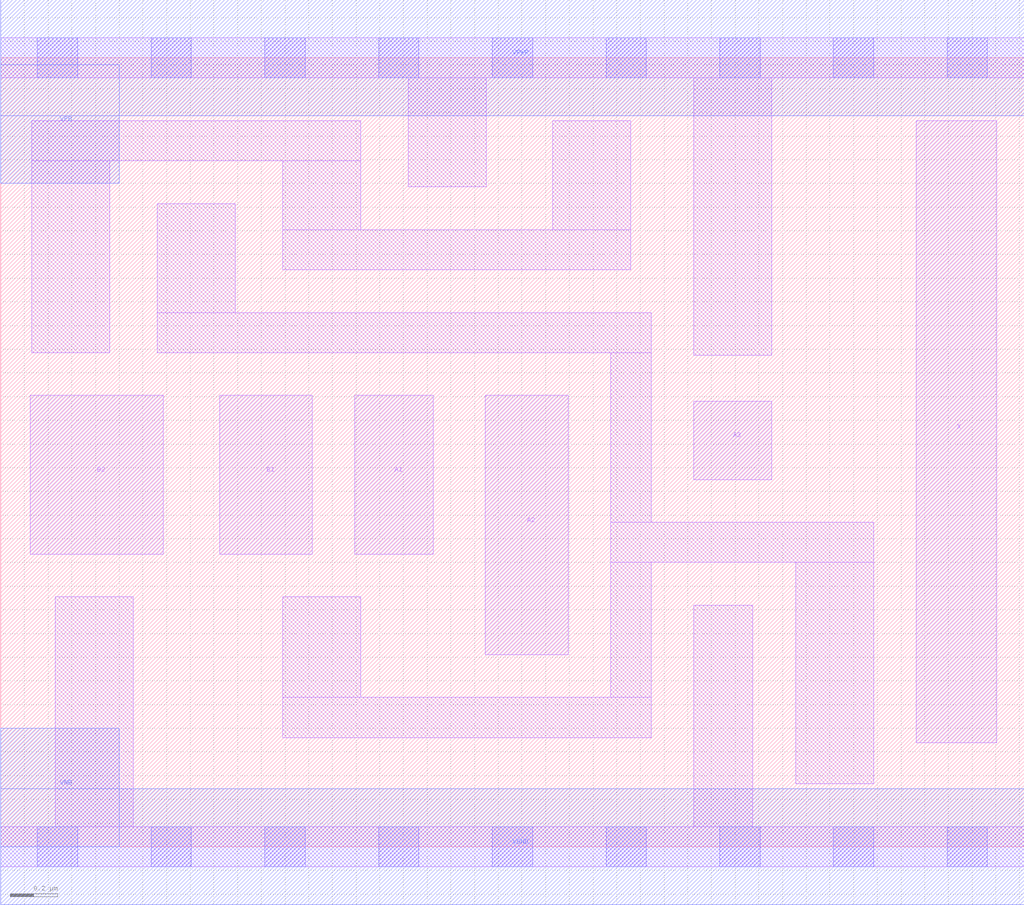
<source format=lef>
# Copyright 2020 The SkyWater PDK Authors
#
# Licensed under the Apache License, Version 2.0 (the "License");
# you may not use this file except in compliance with the License.
# You may obtain a copy of the License at
#
#     https://www.apache.org/licenses/LICENSE-2.0
#
# Unless required by applicable law or agreed to in writing, software
# distributed under the License is distributed on an "AS IS" BASIS,
# WITHOUT WARRANTIES OR CONDITIONS OF ANY KIND, either express or implied.
# See the License for the specific language governing permissions and
# limitations under the License.
#
# SPDX-License-Identifier: Apache-2.0

VERSION 5.5 ;
NAMESCASESENSITIVE ON ;
BUSBITCHARS "[]" ;
DIVIDERCHAR "/" ;
MACRO sky130_fd_sc_lp__a32o_lp
  CLASS CORE ;
  SOURCE USER ;
  ORIGIN  0.000000  0.000000 ;
  SIZE  4.320000 BY  3.330000 ;
  SYMMETRY X Y R90 ;
  SITE unit ;
  PIN A1
    ANTENNAGATEAREA  0.313000 ;
    DIRECTION INPUT ;
    USE SIGNAL ;
    PORT
      LAYER li1 ;
        RECT 1.495000 1.235000 1.825000 1.905000 ;
    END
  END A1
  PIN A2
    ANTENNAGATEAREA  0.313000 ;
    DIRECTION INPUT ;
    USE SIGNAL ;
    PORT
      LAYER li1 ;
        RECT 2.045000 0.810000 2.395000 1.905000 ;
    END
  END A2
  PIN A3
    ANTENNAGATEAREA  0.313000 ;
    DIRECTION INPUT ;
    USE SIGNAL ;
    PORT
      LAYER li1 ;
        RECT 2.925000 1.550000 3.255000 1.880000 ;
    END
  END A3
  PIN B1
    ANTENNAGATEAREA  0.313000 ;
    DIRECTION INPUT ;
    USE SIGNAL ;
    PORT
      LAYER li1 ;
        RECT 0.925000 1.235000 1.315000 1.905000 ;
    END
  END B1
  PIN B2
    ANTENNAGATEAREA  0.313000 ;
    DIRECTION INPUT ;
    USE SIGNAL ;
    PORT
      LAYER li1 ;
        RECT 0.125000 1.235000 0.685000 1.905000 ;
    END
  END B2
  PIN X
    ANTENNADIFFAREA  0.442500 ;
    DIRECTION OUTPUT ;
    USE SIGNAL ;
    PORT
      LAYER li1 ;
        RECT 3.865000 0.440000 4.205000 3.065000 ;
    END
  END X
  PIN VGND
    DIRECTION INOUT ;
    USE GROUND ;
    PORT
      LAYER met1 ;
        RECT 0.000000 -0.245000 4.320000 0.245000 ;
    END
  END VGND
  PIN VNB
    DIRECTION INOUT ;
    USE GROUND ;
    PORT
      LAYER met1 ;
        RECT 0.000000 0.000000 0.500000 0.500000 ;
    END
  END VNB
  PIN VPB
    DIRECTION INOUT ;
    USE POWER ;
    PORT
      LAYER met1 ;
        RECT 0.000000 2.800000 0.500000 3.300000 ;
    END
  END VPB
  PIN VPWR
    DIRECTION INOUT ;
    USE POWER ;
    PORT
      LAYER met1 ;
        RECT 0.000000 3.085000 4.320000 3.575000 ;
    END
  END VPWR
  OBS
    LAYER li1 ;
      RECT 0.000000 -0.085000 4.320000 0.085000 ;
      RECT 0.000000  3.245000 4.320000 3.415000 ;
      RECT 0.130000  2.085000 0.460000 2.895000 ;
      RECT 0.130000  2.895000 1.520000 3.065000 ;
      RECT 0.230000  0.085000 0.560000 1.055000 ;
      RECT 0.660000  2.085000 2.745000 2.255000 ;
      RECT 0.660000  2.255000 0.990000 2.715000 ;
      RECT 1.190000  0.460000 2.745000 0.630000 ;
      RECT 1.190000  0.630000 1.520000 1.055000 ;
      RECT 1.190000  2.435000 2.660000 2.605000 ;
      RECT 1.190000  2.605000 1.520000 2.895000 ;
      RECT 1.720000  2.785000 2.050000 3.245000 ;
      RECT 2.330000  2.605000 2.660000 3.065000 ;
      RECT 2.575000  0.630000 2.745000 1.200000 ;
      RECT 2.575000  1.200000 3.685000 1.370000 ;
      RECT 2.575000  1.370000 2.745000 2.085000 ;
      RECT 2.925000  0.085000 3.175000 1.020000 ;
      RECT 2.925000  2.075000 3.255000 3.245000 ;
      RECT 3.355000  0.265000 3.685000 1.200000 ;
    LAYER mcon ;
      RECT 0.155000 -0.085000 0.325000 0.085000 ;
      RECT 0.155000  3.245000 0.325000 3.415000 ;
      RECT 0.635000 -0.085000 0.805000 0.085000 ;
      RECT 0.635000  3.245000 0.805000 3.415000 ;
      RECT 1.115000 -0.085000 1.285000 0.085000 ;
      RECT 1.115000  3.245000 1.285000 3.415000 ;
      RECT 1.595000 -0.085000 1.765000 0.085000 ;
      RECT 1.595000  3.245000 1.765000 3.415000 ;
      RECT 2.075000 -0.085000 2.245000 0.085000 ;
      RECT 2.075000  3.245000 2.245000 3.415000 ;
      RECT 2.555000 -0.085000 2.725000 0.085000 ;
      RECT 2.555000  3.245000 2.725000 3.415000 ;
      RECT 3.035000 -0.085000 3.205000 0.085000 ;
      RECT 3.035000  3.245000 3.205000 3.415000 ;
      RECT 3.515000 -0.085000 3.685000 0.085000 ;
      RECT 3.515000  3.245000 3.685000 3.415000 ;
      RECT 3.995000 -0.085000 4.165000 0.085000 ;
      RECT 3.995000  3.245000 4.165000 3.415000 ;
  END
END sky130_fd_sc_lp__a32o_lp

</source>
